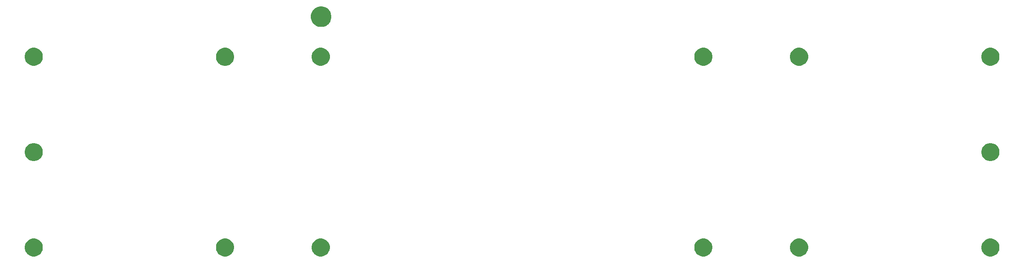
<source format=gbr>
G04 #@! TF.GenerationSoftware,KiCad,Pcbnew,(5.1.2-1)-1*
G04 #@! TF.CreationDate,2020-05-09T09:17:19-05:00*
G04 #@! TF.ProjectId,therick48_bottom_plate,74686572-6963-46b3-9438-5f626f74746f,rev?*
G04 #@! TF.SameCoordinates,Original*
G04 #@! TF.FileFunction,Soldermask,Bot*
G04 #@! TF.FilePolarity,Negative*
%FSLAX46Y46*%
G04 Gerber Fmt 4.6, Leading zero omitted, Abs format (unit mm)*
G04 Created by KiCad (PCBNEW (5.1.2-1)-1) date 2020-05-09 09:17:19*
%MOMM*%
%LPD*%
G04 APERTURE LIST*
%ADD10C,0.100000*%
G04 APERTURE END LIST*
D10*
G36*
X255885331Y-90228211D02*
G01*
X256213092Y-90363974D01*
X256508070Y-90561072D01*
X256758928Y-90811930D01*
X256956026Y-91106908D01*
X257091789Y-91434669D01*
X257161000Y-91782616D01*
X257161000Y-92137384D01*
X257091789Y-92485331D01*
X256956026Y-92813092D01*
X256758928Y-93108070D01*
X256508070Y-93358928D01*
X256213092Y-93556026D01*
X255885331Y-93691789D01*
X255537384Y-93761000D01*
X255182616Y-93761000D01*
X254834669Y-93691789D01*
X254506908Y-93556026D01*
X254211930Y-93358928D01*
X253961072Y-93108070D01*
X253763974Y-92813092D01*
X253628211Y-92485331D01*
X253559000Y-92137384D01*
X253559000Y-91782616D01*
X253628211Y-91434669D01*
X253763974Y-91106908D01*
X253961072Y-90811930D01*
X254211930Y-90561072D01*
X254506908Y-90363974D01*
X254834669Y-90228211D01*
X255182616Y-90159000D01*
X255537384Y-90159000D01*
X255885331Y-90228211D01*
X255885331Y-90228211D01*
G37*
G36*
X217885331Y-90228211D02*
G01*
X218213092Y-90363974D01*
X218508070Y-90561072D01*
X218758928Y-90811930D01*
X218956026Y-91106908D01*
X219091789Y-91434669D01*
X219161000Y-91782616D01*
X219161000Y-92137384D01*
X219091789Y-92485331D01*
X218956026Y-92813092D01*
X218758928Y-93108070D01*
X218508070Y-93358928D01*
X218213092Y-93556026D01*
X217885331Y-93691789D01*
X217537384Y-93761000D01*
X217182616Y-93761000D01*
X216834669Y-93691789D01*
X216506908Y-93556026D01*
X216211930Y-93358928D01*
X215961072Y-93108070D01*
X215763974Y-92813092D01*
X215628211Y-92485331D01*
X215559000Y-92137384D01*
X215559000Y-91782616D01*
X215628211Y-91434669D01*
X215763974Y-91106908D01*
X215961072Y-90811930D01*
X216211930Y-90561072D01*
X216506908Y-90363974D01*
X216834669Y-90228211D01*
X217182616Y-90159000D01*
X217537384Y-90159000D01*
X217885331Y-90228211D01*
X217885331Y-90228211D01*
G37*
G36*
X198885331Y-90228211D02*
G01*
X199213092Y-90363974D01*
X199508070Y-90561072D01*
X199758928Y-90811930D01*
X199956026Y-91106908D01*
X200091789Y-91434669D01*
X200161000Y-91782616D01*
X200161000Y-92137384D01*
X200091789Y-92485331D01*
X199956026Y-92813092D01*
X199758928Y-93108070D01*
X199508070Y-93358928D01*
X199213092Y-93556026D01*
X198885331Y-93691789D01*
X198537384Y-93761000D01*
X198182616Y-93761000D01*
X197834669Y-93691789D01*
X197506908Y-93556026D01*
X197211930Y-93358928D01*
X196961072Y-93108070D01*
X196763974Y-92813092D01*
X196628211Y-92485331D01*
X196559000Y-92137384D01*
X196559000Y-91782616D01*
X196628211Y-91434669D01*
X196763974Y-91106908D01*
X196961072Y-90811930D01*
X197211930Y-90561072D01*
X197506908Y-90363974D01*
X197834669Y-90228211D01*
X198182616Y-90159000D01*
X198537384Y-90159000D01*
X198885331Y-90228211D01*
X198885331Y-90228211D01*
G37*
G36*
X122885331Y-90228211D02*
G01*
X123213092Y-90363974D01*
X123508070Y-90561072D01*
X123758928Y-90811930D01*
X123956026Y-91106908D01*
X124091789Y-91434669D01*
X124161000Y-91782616D01*
X124161000Y-92137384D01*
X124091789Y-92485331D01*
X123956026Y-92813092D01*
X123758928Y-93108070D01*
X123508070Y-93358928D01*
X123213092Y-93556026D01*
X122885331Y-93691789D01*
X122537384Y-93761000D01*
X122182616Y-93761000D01*
X121834669Y-93691789D01*
X121506908Y-93556026D01*
X121211930Y-93358928D01*
X120961072Y-93108070D01*
X120763974Y-92813092D01*
X120628211Y-92485331D01*
X120559000Y-92137384D01*
X120559000Y-91782616D01*
X120628211Y-91434669D01*
X120763974Y-91106908D01*
X120961072Y-90811930D01*
X121211930Y-90561072D01*
X121506908Y-90363974D01*
X121834669Y-90228211D01*
X122182616Y-90159000D01*
X122537384Y-90159000D01*
X122885331Y-90228211D01*
X122885331Y-90228211D01*
G37*
G36*
X103885331Y-90228211D02*
G01*
X104213092Y-90363974D01*
X104508070Y-90561072D01*
X104758928Y-90811930D01*
X104956026Y-91106908D01*
X105091789Y-91434669D01*
X105161000Y-91782616D01*
X105161000Y-92137384D01*
X105091789Y-92485331D01*
X104956026Y-92813092D01*
X104758928Y-93108070D01*
X104508070Y-93358928D01*
X104213092Y-93556026D01*
X103885331Y-93691789D01*
X103537384Y-93761000D01*
X103182616Y-93761000D01*
X102834669Y-93691789D01*
X102506908Y-93556026D01*
X102211930Y-93358928D01*
X101961072Y-93108070D01*
X101763974Y-92813092D01*
X101628211Y-92485331D01*
X101559000Y-92137384D01*
X101559000Y-91782616D01*
X101628211Y-91434669D01*
X101763974Y-91106908D01*
X101961072Y-90811930D01*
X102211930Y-90561072D01*
X102506908Y-90363974D01*
X102834669Y-90228211D01*
X103182616Y-90159000D01*
X103537384Y-90159000D01*
X103885331Y-90228211D01*
X103885331Y-90228211D01*
G37*
G36*
X65885331Y-90228211D02*
G01*
X66213092Y-90363974D01*
X66508070Y-90561072D01*
X66758928Y-90811930D01*
X66956026Y-91106908D01*
X67091789Y-91434669D01*
X67161000Y-91782616D01*
X67161000Y-92137384D01*
X67091789Y-92485331D01*
X66956026Y-92813092D01*
X66758928Y-93108070D01*
X66508070Y-93358928D01*
X66213092Y-93556026D01*
X65885331Y-93691789D01*
X65537384Y-93761000D01*
X65182616Y-93761000D01*
X64834669Y-93691789D01*
X64506908Y-93556026D01*
X64211930Y-93358928D01*
X63961072Y-93108070D01*
X63763974Y-92813092D01*
X63628211Y-92485331D01*
X63559000Y-92137384D01*
X63559000Y-91782616D01*
X63628211Y-91434669D01*
X63763974Y-91106908D01*
X63961072Y-90811930D01*
X64211930Y-90561072D01*
X64506908Y-90363974D01*
X64834669Y-90228211D01*
X65182616Y-90159000D01*
X65537384Y-90159000D01*
X65885331Y-90228211D01*
X65885331Y-90228211D01*
G37*
G36*
X255885331Y-71228211D02*
G01*
X256213092Y-71363974D01*
X256508070Y-71561072D01*
X256758928Y-71811930D01*
X256956026Y-72106908D01*
X257091789Y-72434669D01*
X257161000Y-72782616D01*
X257161000Y-73137384D01*
X257091789Y-73485331D01*
X256956026Y-73813092D01*
X256758928Y-74108070D01*
X256508070Y-74358928D01*
X256213092Y-74556026D01*
X255885331Y-74691789D01*
X255537384Y-74761000D01*
X255182616Y-74761000D01*
X254834669Y-74691789D01*
X254506908Y-74556026D01*
X254211930Y-74358928D01*
X253961072Y-74108070D01*
X253763974Y-73813092D01*
X253628211Y-73485331D01*
X253559000Y-73137384D01*
X253559000Y-72782616D01*
X253628211Y-72434669D01*
X253763974Y-72106908D01*
X253961072Y-71811930D01*
X254211930Y-71561072D01*
X254506908Y-71363974D01*
X254834669Y-71228211D01*
X255182616Y-71159000D01*
X255537384Y-71159000D01*
X255885331Y-71228211D01*
X255885331Y-71228211D01*
G37*
G36*
X65885331Y-71228211D02*
G01*
X66213092Y-71363974D01*
X66508070Y-71561072D01*
X66758928Y-71811930D01*
X66956026Y-72106908D01*
X67091789Y-72434669D01*
X67161000Y-72782616D01*
X67161000Y-73137384D01*
X67091789Y-73485331D01*
X66956026Y-73813092D01*
X66758928Y-74108070D01*
X66508070Y-74358928D01*
X66213092Y-74556026D01*
X65885331Y-74691789D01*
X65537384Y-74761000D01*
X65182616Y-74761000D01*
X64834669Y-74691789D01*
X64506908Y-74556026D01*
X64211930Y-74358928D01*
X63961072Y-74108070D01*
X63763974Y-73813092D01*
X63628211Y-73485331D01*
X63559000Y-73137384D01*
X63559000Y-72782616D01*
X63628211Y-72434669D01*
X63763974Y-72106908D01*
X63961072Y-71811930D01*
X64211930Y-71561072D01*
X64506908Y-71363974D01*
X64834669Y-71228211D01*
X65182616Y-71159000D01*
X65537384Y-71159000D01*
X65885331Y-71228211D01*
X65885331Y-71228211D01*
G37*
G36*
X103885331Y-52243211D02*
G01*
X104213092Y-52378974D01*
X104508070Y-52576072D01*
X104758928Y-52826930D01*
X104956026Y-53121908D01*
X105091789Y-53449669D01*
X105161000Y-53797616D01*
X105161000Y-54152384D01*
X105091789Y-54500331D01*
X104956026Y-54828092D01*
X104758928Y-55123070D01*
X104508070Y-55373928D01*
X104213092Y-55571026D01*
X103885331Y-55706789D01*
X103537384Y-55776000D01*
X103182616Y-55776000D01*
X102834669Y-55706789D01*
X102506908Y-55571026D01*
X102211930Y-55373928D01*
X101961072Y-55123070D01*
X101763974Y-54828092D01*
X101628211Y-54500331D01*
X101559000Y-54152384D01*
X101559000Y-53797616D01*
X101628211Y-53449669D01*
X101763974Y-53121908D01*
X101961072Y-52826930D01*
X102211930Y-52576072D01*
X102506908Y-52378974D01*
X102834669Y-52243211D01*
X103182616Y-52174000D01*
X103537384Y-52174000D01*
X103885331Y-52243211D01*
X103885331Y-52243211D01*
G37*
G36*
X255885331Y-52228211D02*
G01*
X256213092Y-52363974D01*
X256508070Y-52561072D01*
X256758928Y-52811930D01*
X256956026Y-53106908D01*
X257091789Y-53434669D01*
X257161000Y-53782616D01*
X257161000Y-54137384D01*
X257091789Y-54485331D01*
X256956026Y-54813092D01*
X256758928Y-55108070D01*
X256508070Y-55358928D01*
X256213092Y-55556026D01*
X255885331Y-55691789D01*
X255537384Y-55761000D01*
X255182616Y-55761000D01*
X254834669Y-55691789D01*
X254506908Y-55556026D01*
X254211930Y-55358928D01*
X253961072Y-55108070D01*
X253763974Y-54813092D01*
X253628211Y-54485331D01*
X253559000Y-54137384D01*
X253559000Y-53782616D01*
X253628211Y-53434669D01*
X253763974Y-53106908D01*
X253961072Y-52811930D01*
X254211930Y-52561072D01*
X254506908Y-52363974D01*
X254834669Y-52228211D01*
X255182616Y-52159000D01*
X255537384Y-52159000D01*
X255885331Y-52228211D01*
X255885331Y-52228211D01*
G37*
G36*
X217885331Y-52228211D02*
G01*
X218213092Y-52363974D01*
X218508070Y-52561072D01*
X218758928Y-52811930D01*
X218956026Y-53106908D01*
X219091789Y-53434669D01*
X219161000Y-53782616D01*
X219161000Y-54137384D01*
X219091789Y-54485331D01*
X218956026Y-54813092D01*
X218758928Y-55108070D01*
X218508070Y-55358928D01*
X218213092Y-55556026D01*
X217885331Y-55691789D01*
X217537384Y-55761000D01*
X217182616Y-55761000D01*
X216834669Y-55691789D01*
X216506908Y-55556026D01*
X216211930Y-55358928D01*
X215961072Y-55108070D01*
X215763974Y-54813092D01*
X215628211Y-54485331D01*
X215559000Y-54137384D01*
X215559000Y-53782616D01*
X215628211Y-53434669D01*
X215763974Y-53106908D01*
X215961072Y-52811930D01*
X216211930Y-52561072D01*
X216506908Y-52363974D01*
X216834669Y-52228211D01*
X217182616Y-52159000D01*
X217537384Y-52159000D01*
X217885331Y-52228211D01*
X217885331Y-52228211D01*
G37*
G36*
X198885331Y-52228211D02*
G01*
X199213092Y-52363974D01*
X199508070Y-52561072D01*
X199758928Y-52811930D01*
X199956026Y-53106908D01*
X200091789Y-53434669D01*
X200161000Y-53782616D01*
X200161000Y-54137384D01*
X200091789Y-54485331D01*
X199956026Y-54813092D01*
X199758928Y-55108070D01*
X199508070Y-55358928D01*
X199213092Y-55556026D01*
X198885331Y-55691789D01*
X198537384Y-55761000D01*
X198182616Y-55761000D01*
X197834669Y-55691789D01*
X197506908Y-55556026D01*
X197211930Y-55358928D01*
X196961072Y-55108070D01*
X196763974Y-54813092D01*
X196628211Y-54485331D01*
X196559000Y-54137384D01*
X196559000Y-53782616D01*
X196628211Y-53434669D01*
X196763974Y-53106908D01*
X196961072Y-52811930D01*
X197211930Y-52561072D01*
X197506908Y-52363974D01*
X197834669Y-52228211D01*
X198182616Y-52159000D01*
X198537384Y-52159000D01*
X198885331Y-52228211D01*
X198885331Y-52228211D01*
G37*
G36*
X122885331Y-52228211D02*
G01*
X123213092Y-52363974D01*
X123508070Y-52561072D01*
X123758928Y-52811930D01*
X123956026Y-53106908D01*
X124091789Y-53434669D01*
X124161000Y-53782616D01*
X124161000Y-54137384D01*
X124091789Y-54485331D01*
X123956026Y-54813092D01*
X123758928Y-55108070D01*
X123508070Y-55358928D01*
X123213092Y-55556026D01*
X122885331Y-55691789D01*
X122537384Y-55761000D01*
X122182616Y-55761000D01*
X121834669Y-55691789D01*
X121506908Y-55556026D01*
X121211930Y-55358928D01*
X120961072Y-55108070D01*
X120763974Y-54813092D01*
X120628211Y-54485331D01*
X120559000Y-54137384D01*
X120559000Y-53782616D01*
X120628211Y-53434669D01*
X120763974Y-53106908D01*
X120961072Y-52811930D01*
X121211930Y-52561072D01*
X121506908Y-52363974D01*
X121834669Y-52228211D01*
X122182616Y-52159000D01*
X122537384Y-52159000D01*
X122885331Y-52228211D01*
X122885331Y-52228211D01*
G37*
G36*
X65885331Y-52228211D02*
G01*
X66213092Y-52363974D01*
X66508070Y-52561072D01*
X66758928Y-52811930D01*
X66956026Y-53106908D01*
X67091789Y-53434669D01*
X67161000Y-53782616D01*
X67161000Y-54137384D01*
X67091789Y-54485331D01*
X66956026Y-54813092D01*
X66758928Y-55108070D01*
X66508070Y-55358928D01*
X66213092Y-55556026D01*
X65885331Y-55691789D01*
X65537384Y-55761000D01*
X65182616Y-55761000D01*
X64834669Y-55691789D01*
X64506908Y-55556026D01*
X64211930Y-55358928D01*
X63961072Y-55108070D01*
X63763974Y-54813092D01*
X63628211Y-54485331D01*
X63559000Y-54137384D01*
X63559000Y-53782616D01*
X63628211Y-53434669D01*
X63763974Y-53106908D01*
X63961072Y-52811930D01*
X64211930Y-52561072D01*
X64506908Y-52363974D01*
X64834669Y-52228211D01*
X65182616Y-52159000D01*
X65537384Y-52159000D01*
X65885331Y-52228211D01*
X65885331Y-52228211D01*
G37*
G36*
X123026254Y-44001818D02*
G01*
X123399511Y-44156426D01*
X123399513Y-44156427D01*
X123735436Y-44380884D01*
X124021116Y-44666564D01*
X124245574Y-45002489D01*
X124400182Y-45375746D01*
X124479000Y-45771993D01*
X124479000Y-46176007D01*
X124400182Y-46572254D01*
X124245574Y-46945511D01*
X124245573Y-46945513D01*
X124021116Y-47281436D01*
X123735436Y-47567116D01*
X123399513Y-47791573D01*
X123399512Y-47791574D01*
X123399511Y-47791574D01*
X123026254Y-47946182D01*
X122630007Y-48025000D01*
X122225993Y-48025000D01*
X121829746Y-47946182D01*
X121456489Y-47791574D01*
X121456488Y-47791574D01*
X121456487Y-47791573D01*
X121120564Y-47567116D01*
X120834884Y-47281436D01*
X120610427Y-46945513D01*
X120610426Y-46945511D01*
X120455818Y-46572254D01*
X120377000Y-46176007D01*
X120377000Y-45771993D01*
X120455818Y-45375746D01*
X120610426Y-45002489D01*
X120834884Y-44666564D01*
X121120564Y-44380884D01*
X121456487Y-44156427D01*
X121456489Y-44156426D01*
X121829746Y-44001818D01*
X122225993Y-43923000D01*
X122630007Y-43923000D01*
X123026254Y-44001818D01*
X123026254Y-44001818D01*
G37*
M02*

</source>
